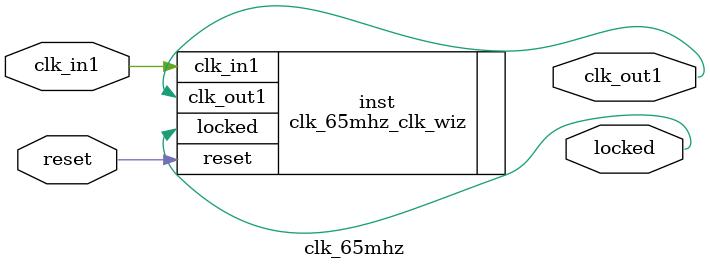
<source format=v>


`timescale 1ps/1ps

(* CORE_GENERATION_INFO = "clk_65mhz,clk_wiz_v6_0_5_0_0,{component_name=clk_65mhz,use_phase_alignment=true,use_min_o_jitter=false,use_max_i_jitter=false,use_dyn_phase_shift=false,use_inclk_switchover=false,use_dyn_reconfig=false,enable_axi=0,feedback_source=FDBK_AUTO,PRIMITIVE=MMCM,num_out_clk=1,clkin1_period=10.000,clkin2_period=10.000,use_power_down=false,use_reset=true,use_locked=true,use_inclk_stopped=false,feedback_type=SINGLE,CLOCK_MGR_TYPE=NA,manual_override=false}" *)

module clk_65mhz 
 (
  // Clock out ports
  output        clk_out1,
  // Status and control signals
  input         reset,
  output        locked,
 // Clock in ports
  input         clk_in1
 );

  clk_65mhz_clk_wiz inst
  (
  // Clock out ports  
  .clk_out1(clk_out1),
  // Status and control signals               
  .reset(reset), 
  .locked(locked),
 // Clock in ports
  .clk_in1(clk_in1)
  );

endmodule

</source>
